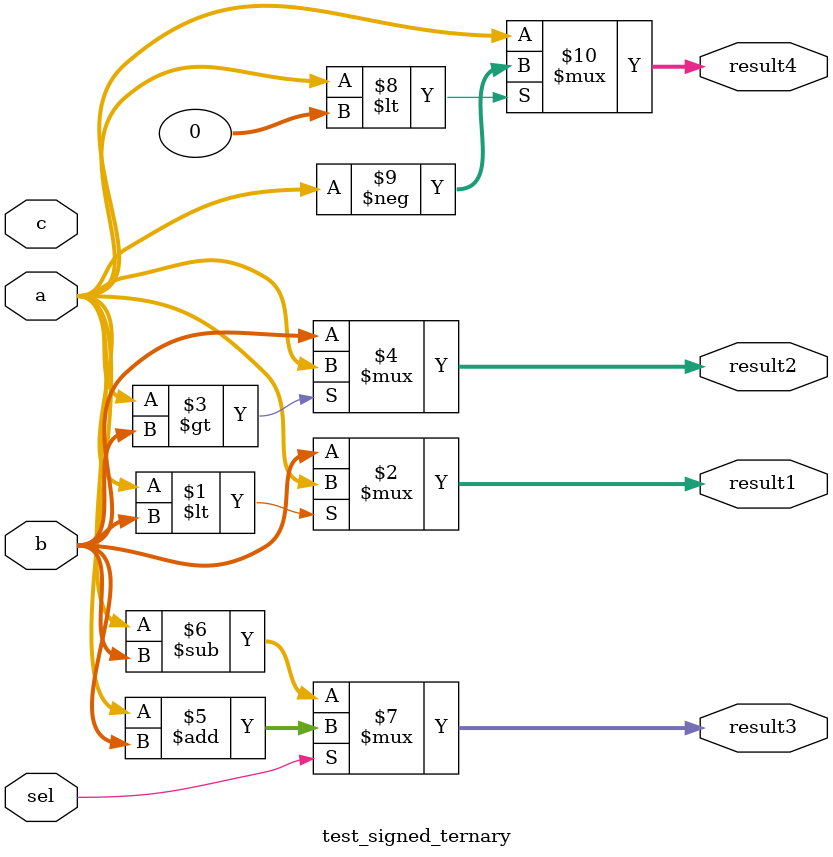
<source format=v>
module test_signed_ternary(
    input signed [7:0] a,
    input signed [7:0] b,
    input signed [7:0] c,
    input sel,
    output wire signed [7:0] result1,
    output wire signed [7:0] result2,
    output wire signed [7:0] result3,
    output wire signed [7:0] result4
);
    // Signed comparison in condition
    assign result1 = (a < b) ? a : b;  // Minimum
    assign result2 = (a > b) ? a : b;  // Maximum

    // Signed arithmetic in branches
    assign result3 = sel ? (a + b) : (a - b);
    assign result4 = (a < 0) ? -a : a;  // Absolute value
endmodule

</source>
